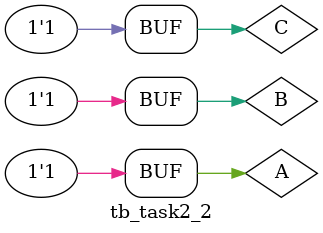
<source format=v>
`timescale 1ns / 1ps
`include "test\\task2_2.v"
module tb_task2_2;

    // task2_2 Parameters
    parameter PERIOD = 10;

    // task2_2 Inputs
    reg A = 0;
    reg B = 0;
    reg C = 0;

    // task2_2 Outputs
    wire X;
    wire Y;

    task2_2 u_task2_2 (
        .A(A),
        .B(B),
        .C(C),
        .X(X),
        .Y(Y)
    );

    initial begin
        A = 0; B = 0; C = 0;
        #PERIOD;
        A = 0; B = 0; C = 1;
        #PERIOD;
        A = 0; B = 1; C = 0;
        #PERIOD;
        A = 0; B = 1; C = 1;
        #PERIOD;
        A = 1; B = 0; C = 0;
        #PERIOD;
        A = 1; B = 0; C = 1;
        #PERIOD;
        A = 1; B = 1; C = 0;
        #PERIOD;
        A = 1; B = 1; C = 1;
        #PERIOD;

    end

endmodule
</source>
